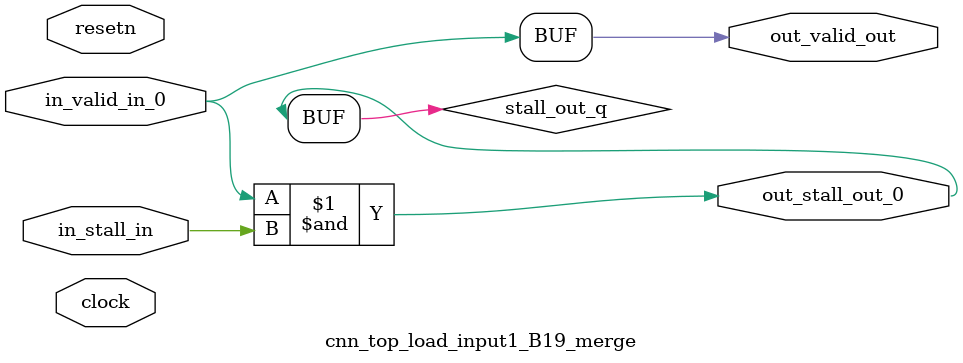
<source format=sv>



(* altera_attribute = "-name AUTO_SHIFT_REGISTER_RECOGNITION OFF; -name MESSAGE_DISABLE 10036; -name MESSAGE_DISABLE 10037; -name MESSAGE_DISABLE 14130; -name MESSAGE_DISABLE 14320; -name MESSAGE_DISABLE 15400; -name MESSAGE_DISABLE 14130; -name MESSAGE_DISABLE 10036; -name MESSAGE_DISABLE 12020; -name MESSAGE_DISABLE 12030; -name MESSAGE_DISABLE 12010; -name MESSAGE_DISABLE 12110; -name MESSAGE_DISABLE 14320; -name MESSAGE_DISABLE 13410; -name MESSAGE_DISABLE 113007; -name MESSAGE_DISABLE 10958" *)
module cnn_top_load_input1_B19_merge (
    input wire [0:0] in_stall_in,
    input wire [0:0] in_valid_in_0,
    output wire [0:0] out_stall_out_0,
    output wire [0:0] out_valid_out,
    input wire clock,
    input wire resetn
    );

    wire [0:0] stall_out_q;


    // stall_out(LOGICAL,6)
    assign stall_out_q = in_valid_in_0 & in_stall_in;

    // out_stall_out_0(GPOUT,4)
    assign out_stall_out_0 = stall_out_q;

    // out_valid_out(GPOUT,5)
    assign out_valid_out = in_valid_in_0;

endmodule

</source>
